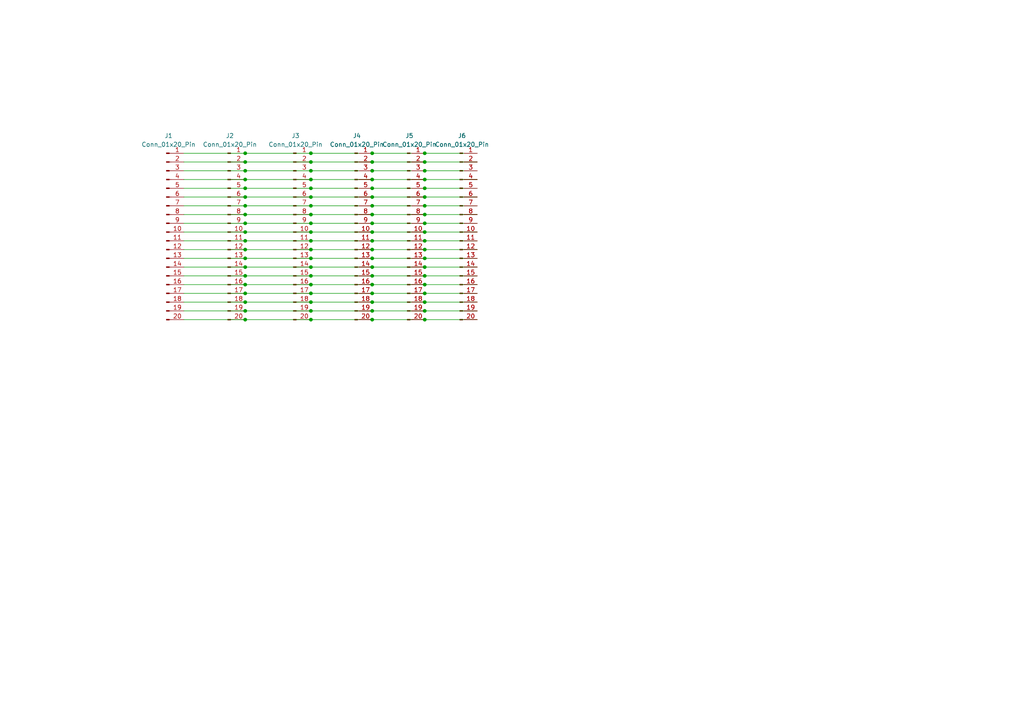
<source format=kicad_sch>
(kicad_sch
	(version 20231120)
	(generator "eeschema")
	(generator_version "8.0")
	(uuid "4670797d-8e66-48bc-948f-addcfd9573d7")
	(paper "A4")
	(lib_symbols
		(symbol "Connector:Conn_01x20_Pin"
			(pin_names
				(offset 1.016) hide)
			(exclude_from_sim no)
			(in_bom yes)
			(on_board yes)
			(property "Reference" "J"
				(at 0 25.4 0)
				(effects
					(font
						(size 1.27 1.27)
					)
				)
			)
			(property "Value" "Conn_01x20_Pin"
				(at 0 -27.94 0)
				(effects
					(font
						(size 1.27 1.27)
					)
				)
			)
			(property "Footprint" ""
				(at 0 0 0)
				(effects
					(font
						(size 1.27 1.27)
					)
					(hide yes)
				)
			)
			(property "Datasheet" "~"
				(at 0 0 0)
				(effects
					(font
						(size 1.27 1.27)
					)
					(hide yes)
				)
			)
			(property "Description" "Generic connector, single row, 01x20, script generated"
				(at 0 0 0)
				(effects
					(font
						(size 1.27 1.27)
					)
					(hide yes)
				)
			)
			(property "ki_locked" ""
				(at 0 0 0)
				(effects
					(font
						(size 1.27 1.27)
					)
				)
			)
			(property "ki_keywords" "connector"
				(at 0 0 0)
				(effects
					(font
						(size 1.27 1.27)
					)
					(hide yes)
				)
			)
			(property "ki_fp_filters" "Connector*:*_1x??_*"
				(at 0 0 0)
				(effects
					(font
						(size 1.27 1.27)
					)
					(hide yes)
				)
			)
			(symbol "Conn_01x20_Pin_1_1"
				(polyline
					(pts
						(xy 1.27 -25.4) (xy 0.8636 -25.4)
					)
					(stroke
						(width 0.1524)
						(type default)
					)
					(fill
						(type none)
					)
				)
				(polyline
					(pts
						(xy 1.27 -22.86) (xy 0.8636 -22.86)
					)
					(stroke
						(width 0.1524)
						(type default)
					)
					(fill
						(type none)
					)
				)
				(polyline
					(pts
						(xy 1.27 -20.32) (xy 0.8636 -20.32)
					)
					(stroke
						(width 0.1524)
						(type default)
					)
					(fill
						(type none)
					)
				)
				(polyline
					(pts
						(xy 1.27 -17.78) (xy 0.8636 -17.78)
					)
					(stroke
						(width 0.1524)
						(type default)
					)
					(fill
						(type none)
					)
				)
				(polyline
					(pts
						(xy 1.27 -15.24) (xy 0.8636 -15.24)
					)
					(stroke
						(width 0.1524)
						(type default)
					)
					(fill
						(type none)
					)
				)
				(polyline
					(pts
						(xy 1.27 -12.7) (xy 0.8636 -12.7)
					)
					(stroke
						(width 0.1524)
						(type default)
					)
					(fill
						(type none)
					)
				)
				(polyline
					(pts
						(xy 1.27 -10.16) (xy 0.8636 -10.16)
					)
					(stroke
						(width 0.1524)
						(type default)
					)
					(fill
						(type none)
					)
				)
				(polyline
					(pts
						(xy 1.27 -7.62) (xy 0.8636 -7.62)
					)
					(stroke
						(width 0.1524)
						(type default)
					)
					(fill
						(type none)
					)
				)
				(polyline
					(pts
						(xy 1.27 -5.08) (xy 0.8636 -5.08)
					)
					(stroke
						(width 0.1524)
						(type default)
					)
					(fill
						(type none)
					)
				)
				(polyline
					(pts
						(xy 1.27 -2.54) (xy 0.8636 -2.54)
					)
					(stroke
						(width 0.1524)
						(type default)
					)
					(fill
						(type none)
					)
				)
				(polyline
					(pts
						(xy 1.27 0) (xy 0.8636 0)
					)
					(stroke
						(width 0.1524)
						(type default)
					)
					(fill
						(type none)
					)
				)
				(polyline
					(pts
						(xy 1.27 2.54) (xy 0.8636 2.54)
					)
					(stroke
						(width 0.1524)
						(type default)
					)
					(fill
						(type none)
					)
				)
				(polyline
					(pts
						(xy 1.27 5.08) (xy 0.8636 5.08)
					)
					(stroke
						(width 0.1524)
						(type default)
					)
					(fill
						(type none)
					)
				)
				(polyline
					(pts
						(xy 1.27 7.62) (xy 0.8636 7.62)
					)
					(stroke
						(width 0.1524)
						(type default)
					)
					(fill
						(type none)
					)
				)
				(polyline
					(pts
						(xy 1.27 10.16) (xy 0.8636 10.16)
					)
					(stroke
						(width 0.1524)
						(type default)
					)
					(fill
						(type none)
					)
				)
				(polyline
					(pts
						(xy 1.27 12.7) (xy 0.8636 12.7)
					)
					(stroke
						(width 0.1524)
						(type default)
					)
					(fill
						(type none)
					)
				)
				(polyline
					(pts
						(xy 1.27 15.24) (xy 0.8636 15.24)
					)
					(stroke
						(width 0.1524)
						(type default)
					)
					(fill
						(type none)
					)
				)
				(polyline
					(pts
						(xy 1.27 17.78) (xy 0.8636 17.78)
					)
					(stroke
						(width 0.1524)
						(type default)
					)
					(fill
						(type none)
					)
				)
				(polyline
					(pts
						(xy 1.27 20.32) (xy 0.8636 20.32)
					)
					(stroke
						(width 0.1524)
						(type default)
					)
					(fill
						(type none)
					)
				)
				(polyline
					(pts
						(xy 1.27 22.86) (xy 0.8636 22.86)
					)
					(stroke
						(width 0.1524)
						(type default)
					)
					(fill
						(type none)
					)
				)
				(rectangle
					(start 0.8636 -25.273)
					(end 0 -25.527)
					(stroke
						(width 0.1524)
						(type default)
					)
					(fill
						(type outline)
					)
				)
				(rectangle
					(start 0.8636 -22.733)
					(end 0 -22.987)
					(stroke
						(width 0.1524)
						(type default)
					)
					(fill
						(type outline)
					)
				)
				(rectangle
					(start 0.8636 -20.193)
					(end 0 -20.447)
					(stroke
						(width 0.1524)
						(type default)
					)
					(fill
						(type outline)
					)
				)
				(rectangle
					(start 0.8636 -17.653)
					(end 0 -17.907)
					(stroke
						(width 0.1524)
						(type default)
					)
					(fill
						(type outline)
					)
				)
				(rectangle
					(start 0.8636 -15.113)
					(end 0 -15.367)
					(stroke
						(width 0.1524)
						(type default)
					)
					(fill
						(type outline)
					)
				)
				(rectangle
					(start 0.8636 -12.573)
					(end 0 -12.827)
					(stroke
						(width 0.1524)
						(type default)
					)
					(fill
						(type outline)
					)
				)
				(rectangle
					(start 0.8636 -10.033)
					(end 0 -10.287)
					(stroke
						(width 0.1524)
						(type default)
					)
					(fill
						(type outline)
					)
				)
				(rectangle
					(start 0.8636 -7.493)
					(end 0 -7.747)
					(stroke
						(width 0.1524)
						(type default)
					)
					(fill
						(type outline)
					)
				)
				(rectangle
					(start 0.8636 -4.953)
					(end 0 -5.207)
					(stroke
						(width 0.1524)
						(type default)
					)
					(fill
						(type outline)
					)
				)
				(rectangle
					(start 0.8636 -2.413)
					(end 0 -2.667)
					(stroke
						(width 0.1524)
						(type default)
					)
					(fill
						(type outline)
					)
				)
				(rectangle
					(start 0.8636 0.127)
					(end 0 -0.127)
					(stroke
						(width 0.1524)
						(type default)
					)
					(fill
						(type outline)
					)
				)
				(rectangle
					(start 0.8636 2.667)
					(end 0 2.413)
					(stroke
						(width 0.1524)
						(type default)
					)
					(fill
						(type outline)
					)
				)
				(rectangle
					(start 0.8636 5.207)
					(end 0 4.953)
					(stroke
						(width 0.1524)
						(type default)
					)
					(fill
						(type outline)
					)
				)
				(rectangle
					(start 0.8636 7.747)
					(end 0 7.493)
					(stroke
						(width 0.1524)
						(type default)
					)
					(fill
						(type outline)
					)
				)
				(rectangle
					(start 0.8636 10.287)
					(end 0 10.033)
					(stroke
						(width 0.1524)
						(type default)
					)
					(fill
						(type outline)
					)
				)
				(rectangle
					(start 0.8636 12.827)
					(end 0 12.573)
					(stroke
						(width 0.1524)
						(type default)
					)
					(fill
						(type outline)
					)
				)
				(rectangle
					(start 0.8636 15.367)
					(end 0 15.113)
					(stroke
						(width 0.1524)
						(type default)
					)
					(fill
						(type outline)
					)
				)
				(rectangle
					(start 0.8636 17.907)
					(end 0 17.653)
					(stroke
						(width 0.1524)
						(type default)
					)
					(fill
						(type outline)
					)
				)
				(rectangle
					(start 0.8636 20.447)
					(end 0 20.193)
					(stroke
						(width 0.1524)
						(type default)
					)
					(fill
						(type outline)
					)
				)
				(rectangle
					(start 0.8636 22.987)
					(end 0 22.733)
					(stroke
						(width 0.1524)
						(type default)
					)
					(fill
						(type outline)
					)
				)
				(pin passive line
					(at 5.08 22.86 180)
					(length 3.81)
					(name "Pin_1"
						(effects
							(font
								(size 1.27 1.27)
							)
						)
					)
					(number "1"
						(effects
							(font
								(size 1.27 1.27)
							)
						)
					)
				)
				(pin passive line
					(at 5.08 0 180)
					(length 3.81)
					(name "Pin_10"
						(effects
							(font
								(size 1.27 1.27)
							)
						)
					)
					(number "10"
						(effects
							(font
								(size 1.27 1.27)
							)
						)
					)
				)
				(pin passive line
					(at 5.08 -2.54 180)
					(length 3.81)
					(name "Pin_11"
						(effects
							(font
								(size 1.27 1.27)
							)
						)
					)
					(number "11"
						(effects
							(font
								(size 1.27 1.27)
							)
						)
					)
				)
				(pin passive line
					(at 5.08 -5.08 180)
					(length 3.81)
					(name "Pin_12"
						(effects
							(font
								(size 1.27 1.27)
							)
						)
					)
					(number "12"
						(effects
							(font
								(size 1.27 1.27)
							)
						)
					)
				)
				(pin passive line
					(at 5.08 -7.62 180)
					(length 3.81)
					(name "Pin_13"
						(effects
							(font
								(size 1.27 1.27)
							)
						)
					)
					(number "13"
						(effects
							(font
								(size 1.27 1.27)
							)
						)
					)
				)
				(pin passive line
					(at 5.08 -10.16 180)
					(length 3.81)
					(name "Pin_14"
						(effects
							(font
								(size 1.27 1.27)
							)
						)
					)
					(number "14"
						(effects
							(font
								(size 1.27 1.27)
							)
						)
					)
				)
				(pin passive line
					(at 5.08 -12.7 180)
					(length 3.81)
					(name "Pin_15"
						(effects
							(font
								(size 1.27 1.27)
							)
						)
					)
					(number "15"
						(effects
							(font
								(size 1.27 1.27)
							)
						)
					)
				)
				(pin passive line
					(at 5.08 -15.24 180)
					(length 3.81)
					(name "Pin_16"
						(effects
							(font
								(size 1.27 1.27)
							)
						)
					)
					(number "16"
						(effects
							(font
								(size 1.27 1.27)
							)
						)
					)
				)
				(pin passive line
					(at 5.08 -17.78 180)
					(length 3.81)
					(name "Pin_17"
						(effects
							(font
								(size 1.27 1.27)
							)
						)
					)
					(number "17"
						(effects
							(font
								(size 1.27 1.27)
							)
						)
					)
				)
				(pin passive line
					(at 5.08 -20.32 180)
					(length 3.81)
					(name "Pin_18"
						(effects
							(font
								(size 1.27 1.27)
							)
						)
					)
					(number "18"
						(effects
							(font
								(size 1.27 1.27)
							)
						)
					)
				)
				(pin passive line
					(at 5.08 -22.86 180)
					(length 3.81)
					(name "Pin_19"
						(effects
							(font
								(size 1.27 1.27)
							)
						)
					)
					(number "19"
						(effects
							(font
								(size 1.27 1.27)
							)
						)
					)
				)
				(pin passive line
					(at 5.08 20.32 180)
					(length 3.81)
					(name "Pin_2"
						(effects
							(font
								(size 1.27 1.27)
							)
						)
					)
					(number "2"
						(effects
							(font
								(size 1.27 1.27)
							)
						)
					)
				)
				(pin passive line
					(at 5.08 -25.4 180)
					(length 3.81)
					(name "Pin_20"
						(effects
							(font
								(size 1.27 1.27)
							)
						)
					)
					(number "20"
						(effects
							(font
								(size 1.27 1.27)
							)
						)
					)
				)
				(pin passive line
					(at 5.08 17.78 180)
					(length 3.81)
					(name "Pin_3"
						(effects
							(font
								(size 1.27 1.27)
							)
						)
					)
					(number "3"
						(effects
							(font
								(size 1.27 1.27)
							)
						)
					)
				)
				(pin passive line
					(at 5.08 15.24 180)
					(length 3.81)
					(name "Pin_4"
						(effects
							(font
								(size 1.27 1.27)
							)
						)
					)
					(number "4"
						(effects
							(font
								(size 1.27 1.27)
							)
						)
					)
				)
				(pin passive line
					(at 5.08 12.7 180)
					(length 3.81)
					(name "Pin_5"
						(effects
							(font
								(size 1.27 1.27)
							)
						)
					)
					(number "5"
						(effects
							(font
								(size 1.27 1.27)
							)
						)
					)
				)
				(pin passive line
					(at 5.08 10.16 180)
					(length 3.81)
					(name "Pin_6"
						(effects
							(font
								(size 1.27 1.27)
							)
						)
					)
					(number "6"
						(effects
							(font
								(size 1.27 1.27)
							)
						)
					)
				)
				(pin passive line
					(at 5.08 7.62 180)
					(length 3.81)
					(name "Pin_7"
						(effects
							(font
								(size 1.27 1.27)
							)
						)
					)
					(number "7"
						(effects
							(font
								(size 1.27 1.27)
							)
						)
					)
				)
				(pin passive line
					(at 5.08 5.08 180)
					(length 3.81)
					(name "Pin_8"
						(effects
							(font
								(size 1.27 1.27)
							)
						)
					)
					(number "8"
						(effects
							(font
								(size 1.27 1.27)
							)
						)
					)
				)
				(pin passive line
					(at 5.08 2.54 180)
					(length 3.81)
					(name "Pin_9"
						(effects
							(font
								(size 1.27 1.27)
							)
						)
					)
					(number "9"
						(effects
							(font
								(size 1.27 1.27)
							)
						)
					)
				)
			)
		)
	)
	(junction
		(at 90.17 52.07)
		(diameter 0)
		(color 0 0 0 0)
		(uuid "0060f6f9-97dd-4832-a680-6374ecfefabc")
	)
	(junction
		(at 107.95 87.63)
		(diameter 0)
		(color 0 0 0 0)
		(uuid "08a1049e-22ee-4838-839e-0a7a05a86074")
	)
	(junction
		(at 71.12 64.77)
		(diameter 0)
		(color 0 0 0 0)
		(uuid "0c8c46b0-da69-48ba-a177-65122a67ce46")
	)
	(junction
		(at 90.17 82.55)
		(diameter 0)
		(color 0 0 0 0)
		(uuid "0cc967e7-fd5f-4e7f-b090-81291234252e")
	)
	(junction
		(at 107.95 44.45)
		(diameter 0)
		(color 0 0 0 0)
		(uuid "0d646d3d-c346-430d-b55b-f0f2a30ca955")
	)
	(junction
		(at 123.19 74.93)
		(diameter 0)
		(color 0 0 0 0)
		(uuid "10097771-5437-4184-a0fb-02969b6c0ea5")
	)
	(junction
		(at 71.12 59.69)
		(diameter 0)
		(color 0 0 0 0)
		(uuid "10ada5da-682c-49fb-a8cd-500f200018c2")
	)
	(junction
		(at 90.17 49.53)
		(diameter 0)
		(color 0 0 0 0)
		(uuid "11755f1e-0a2b-4e49-9b39-ccb44c765d6d")
	)
	(junction
		(at 71.12 87.63)
		(diameter 0)
		(color 0 0 0 0)
		(uuid "121d8c34-f45b-46b6-ad80-4f7f9f49de01")
	)
	(junction
		(at 107.95 69.85)
		(diameter 0)
		(color 0 0 0 0)
		(uuid "14088800-442b-456a-93c9-32eaa47fe9e5")
	)
	(junction
		(at 90.17 92.71)
		(diameter 0)
		(color 0 0 0 0)
		(uuid "147b981e-5cb9-4c8b-b84c-1716ee7c7b83")
	)
	(junction
		(at 90.17 72.39)
		(diameter 0)
		(color 0 0 0 0)
		(uuid "179bc6aa-5b49-470b-9429-10cf72a35456")
	)
	(junction
		(at 123.19 85.09)
		(diameter 0)
		(color 0 0 0 0)
		(uuid "1a1a99d3-45e7-4dd9-8d4d-ec19ae83eecc")
	)
	(junction
		(at 107.95 74.93)
		(diameter 0)
		(color 0 0 0 0)
		(uuid "1a971aa9-dc7a-47df-bfbf-850f21efe4ca")
	)
	(junction
		(at 71.12 57.15)
		(diameter 0)
		(color 0 0 0 0)
		(uuid "1c5b84b4-4f3f-497d-9656-8404f6008e77")
	)
	(junction
		(at 107.95 46.99)
		(diameter 0)
		(color 0 0 0 0)
		(uuid "1c7b41ce-962b-439e-98a7-2dd6d38101b6")
	)
	(junction
		(at 90.17 64.77)
		(diameter 0)
		(color 0 0 0 0)
		(uuid "1d1aa963-3ee1-464d-84db-75aae7bc5484")
	)
	(junction
		(at 107.95 90.17)
		(diameter 0)
		(color 0 0 0 0)
		(uuid "213db6a0-275c-4d9d-9c8b-622ef98118f2")
	)
	(junction
		(at 107.95 80.01)
		(diameter 0)
		(color 0 0 0 0)
		(uuid "281a1865-639c-4b40-8c0f-fd5ecaefe282")
	)
	(junction
		(at 90.17 90.17)
		(diameter 0)
		(color 0 0 0 0)
		(uuid "3397f63c-d83b-4801-bce8-74f712d3025c")
	)
	(junction
		(at 71.12 74.93)
		(diameter 0)
		(color 0 0 0 0)
		(uuid "3536c04c-3e64-444a-a0cc-89ebc6c38eb1")
	)
	(junction
		(at 90.17 87.63)
		(diameter 0)
		(color 0 0 0 0)
		(uuid "37743fb8-2acc-40c6-903d-d7384047d689")
	)
	(junction
		(at 71.12 54.61)
		(diameter 0)
		(color 0 0 0 0)
		(uuid "37e88d06-883d-462b-bbbf-8e631696f924")
	)
	(junction
		(at 90.17 59.69)
		(diameter 0)
		(color 0 0 0 0)
		(uuid "37fecb78-d1b4-4d08-b0ff-23cce0c46eb3")
	)
	(junction
		(at 71.12 52.07)
		(diameter 0)
		(color 0 0 0 0)
		(uuid "3a0f3815-cab2-46f5-ad2c-fc3069defb83")
	)
	(junction
		(at 90.17 57.15)
		(diameter 0)
		(color 0 0 0 0)
		(uuid "3d0800c5-e080-4bd5-9695-3ae14879de14")
	)
	(junction
		(at 71.12 72.39)
		(diameter 0)
		(color 0 0 0 0)
		(uuid "42fc3fc7-70de-404b-aa01-b724826fcd34")
	)
	(junction
		(at 123.19 90.17)
		(diameter 0)
		(color 0 0 0 0)
		(uuid "45a4d4c0-56eb-4de6-9015-cd7d11c98a5b")
	)
	(junction
		(at 90.17 62.23)
		(diameter 0)
		(color 0 0 0 0)
		(uuid "48e59ddc-86f3-4593-8b0b-7db11a4d96be")
	)
	(junction
		(at 123.19 80.01)
		(diameter 0)
		(color 0 0 0 0)
		(uuid "4da0bfeb-5489-4aec-bedc-0bd1bcde3ab5")
	)
	(junction
		(at 90.17 44.45)
		(diameter 0)
		(color 0 0 0 0)
		(uuid "52c772d0-321b-4b44-ad1e-07e5eb66e836")
	)
	(junction
		(at 107.95 77.47)
		(diameter 0)
		(color 0 0 0 0)
		(uuid "5530edba-8564-49fd-8eeb-dadc131e0bce")
	)
	(junction
		(at 123.19 62.23)
		(diameter 0)
		(color 0 0 0 0)
		(uuid "5a5a6cb0-378f-4efa-b95c-485d5fef0819")
	)
	(junction
		(at 123.19 46.99)
		(diameter 0)
		(color 0 0 0 0)
		(uuid "5b195753-08c1-4fed-8aaa-bcf5db0dabdb")
	)
	(junction
		(at 90.17 67.31)
		(diameter 0)
		(color 0 0 0 0)
		(uuid "5e390b8b-0d5b-4191-8a27-0b10d59800c7")
	)
	(junction
		(at 123.19 77.47)
		(diameter 0)
		(color 0 0 0 0)
		(uuid "5fbfc5b0-9c29-449c-bcb6-9bd3774d36c9")
	)
	(junction
		(at 123.19 92.71)
		(diameter 0)
		(color 0 0 0 0)
		(uuid "63c76f2c-a8ef-42d2-b42f-499c034e8ff9")
	)
	(junction
		(at 71.12 69.85)
		(diameter 0)
		(color 0 0 0 0)
		(uuid "64a43fc7-1621-4448-819e-3ef7d1ff4ec8")
	)
	(junction
		(at 123.19 87.63)
		(diameter 0)
		(color 0 0 0 0)
		(uuid "6d3fd187-c693-40b7-aed9-2948abc1b4e3")
	)
	(junction
		(at 71.12 85.09)
		(diameter 0)
		(color 0 0 0 0)
		(uuid "71f5712d-f8da-471a-9c03-70b64fe213b4")
	)
	(junction
		(at 123.19 72.39)
		(diameter 0)
		(color 0 0 0 0)
		(uuid "7502bbdd-fcd4-42ef-b7db-e380ac2b6051")
	)
	(junction
		(at 107.95 54.61)
		(diameter 0)
		(color 0 0 0 0)
		(uuid "7521ba02-999c-4c76-a2de-17cb9f774354")
	)
	(junction
		(at 71.12 92.71)
		(diameter 0)
		(color 0 0 0 0)
		(uuid "797d5d89-3900-4581-aaf0-0b1f58cd4064")
	)
	(junction
		(at 123.19 52.07)
		(diameter 0)
		(color 0 0 0 0)
		(uuid "831d26b9-3f38-4001-8907-f8017b389244")
	)
	(junction
		(at 123.19 64.77)
		(diameter 0)
		(color 0 0 0 0)
		(uuid "8717cd4e-cdde-4f84-b282-e2dd9ed2b707")
	)
	(junction
		(at 90.17 77.47)
		(diameter 0)
		(color 0 0 0 0)
		(uuid "8c22fc0a-0396-4025-895d-f306d4fef1c0")
	)
	(junction
		(at 71.12 49.53)
		(diameter 0)
		(color 0 0 0 0)
		(uuid "912eff97-f3c4-40d0-a470-945e426846a8")
	)
	(junction
		(at 90.17 54.61)
		(diameter 0)
		(color 0 0 0 0)
		(uuid "9392fce1-e54a-480b-9ba7-1fac72bab049")
	)
	(junction
		(at 123.19 67.31)
		(diameter 0)
		(color 0 0 0 0)
		(uuid "96b2d6db-1d09-46b5-82b6-b7f29bba2938")
	)
	(junction
		(at 107.95 72.39)
		(diameter 0)
		(color 0 0 0 0)
		(uuid "9c65720e-0e28-4b1c-8c6b-3d2b59437d06")
	)
	(junction
		(at 123.19 59.69)
		(diameter 0)
		(color 0 0 0 0)
		(uuid "9d361ae3-c919-4e80-9753-745bbfdcee0f")
	)
	(junction
		(at 107.95 57.15)
		(diameter 0)
		(color 0 0 0 0)
		(uuid "a5f7f4e9-e70b-4b22-a0d6-5202d6d64f87")
	)
	(junction
		(at 71.12 67.31)
		(diameter 0)
		(color 0 0 0 0)
		(uuid "aa204063-ff96-42cd-8481-a569ea63ebcb")
	)
	(junction
		(at 123.19 49.53)
		(diameter 0)
		(color 0 0 0 0)
		(uuid "aba30b58-4cbe-4a89-8ed5-005be93aa118")
	)
	(junction
		(at 71.12 90.17)
		(diameter 0)
		(color 0 0 0 0)
		(uuid "b0a004f9-d74a-40ba-9b9e-110774d6defe")
	)
	(junction
		(at 71.12 46.99)
		(diameter 0)
		(color 0 0 0 0)
		(uuid "b4c49127-a782-48af-aea8-a95adf998b34")
	)
	(junction
		(at 107.95 62.23)
		(diameter 0)
		(color 0 0 0 0)
		(uuid "b7d6f5d0-a30c-41af-9169-564a4929d407")
	)
	(junction
		(at 90.17 46.99)
		(diameter 0)
		(color 0 0 0 0)
		(uuid "ba38ade8-09b5-49a8-9e0f-c62894625b14")
	)
	(junction
		(at 107.95 52.07)
		(diameter 0)
		(color 0 0 0 0)
		(uuid "c7954ba6-b433-4592-bc4c-b67ed1b81489")
	)
	(junction
		(at 123.19 57.15)
		(diameter 0)
		(color 0 0 0 0)
		(uuid "cc2d3f47-532d-450e-9dcc-b34bd3e8c69c")
	)
	(junction
		(at 90.17 74.93)
		(diameter 0)
		(color 0 0 0 0)
		(uuid "cc4d37fd-0152-4a72-b1e5-5407b7bdf082")
	)
	(junction
		(at 107.95 67.31)
		(diameter 0)
		(color 0 0 0 0)
		(uuid "d1c5eb3a-bd41-4800-b057-a954f5f145a4")
	)
	(junction
		(at 71.12 62.23)
		(diameter 0)
		(color 0 0 0 0)
		(uuid "d36f7a87-f8e9-474c-8158-6b58e3b4523c")
	)
	(junction
		(at 107.95 59.69)
		(diameter 0)
		(color 0 0 0 0)
		(uuid "d7022b32-1f47-4e90-a161-30ad4ec61726")
	)
	(junction
		(at 107.95 49.53)
		(diameter 0)
		(color 0 0 0 0)
		(uuid "dc2a736a-c5d1-4810-8d62-a98ded85513d")
	)
	(junction
		(at 123.19 44.45)
		(diameter 0)
		(color 0 0 0 0)
		(uuid "de215df4-a0a4-4d85-95c3-7812a4738356")
	)
	(junction
		(at 71.12 82.55)
		(diameter 0)
		(color 0 0 0 0)
		(uuid "e39be89b-aee0-4a09-99cf-ab3cc8da53a9")
	)
	(junction
		(at 71.12 44.45)
		(diameter 0)
		(color 0 0 0 0)
		(uuid "e8bb7d0b-7a87-4cb8-9e73-cd9eaf032a1d")
	)
	(junction
		(at 90.17 69.85)
		(diameter 0)
		(color 0 0 0 0)
		(uuid "eb77490b-ae01-4041-b681-97793bd9061d")
	)
	(junction
		(at 107.95 85.09)
		(diameter 0)
		(color 0 0 0 0)
		(uuid "ec4bb2c5-211e-4405-b778-e4dc1e1b5342")
	)
	(junction
		(at 123.19 82.55)
		(diameter 0)
		(color 0 0 0 0)
		(uuid "eec31c3d-bb3c-4999-81a1-f68e7277dfad")
	)
	(junction
		(at 90.17 85.09)
		(diameter 0)
		(color 0 0 0 0)
		(uuid "f12b2c17-0c11-40c9-be3e-d4b8724d3f1e")
	)
	(junction
		(at 123.19 69.85)
		(diameter 0)
		(color 0 0 0 0)
		(uuid "f5cc674a-6d09-49e8-b056-4cb766632413")
	)
	(junction
		(at 71.12 80.01)
		(diameter 0)
		(color 0 0 0 0)
		(uuid "f670b2b0-79aa-43fe-be98-8ac7a7953350")
	)
	(junction
		(at 71.12 77.47)
		(diameter 0)
		(color 0 0 0 0)
		(uuid "f87598db-3fc7-40f8-8728-eb542ee6fc1b")
	)
	(junction
		(at 107.95 64.77)
		(diameter 0)
		(color 0 0 0 0)
		(uuid "f969e52e-dc47-4260-9cbd-70a4f7367145")
	)
	(junction
		(at 107.95 92.71)
		(diameter 0)
		(color 0 0 0 0)
		(uuid "fce42910-532f-4312-a8ca-89e4251cb9f9")
	)
	(junction
		(at 90.17 80.01)
		(diameter 0)
		(color 0 0 0 0)
		(uuid "fdc489a4-5219-49ec-9f3a-9b6935983c5b")
	)
	(junction
		(at 107.95 82.55)
		(diameter 0)
		(color 0 0 0 0)
		(uuid "fe6e2450-8d7d-4445-aa46-3e5fe7a57059")
	)
	(junction
		(at 123.19 54.61)
		(diameter 0)
		(color 0 0 0 0)
		(uuid "ffc5e113-a343-4c91-9c6c-90762aa64bfc")
	)
	(wire
		(pts
			(xy 123.19 74.93) (xy 138.43 74.93)
		)
		(stroke
			(width 0)
			(type default)
		)
		(uuid "0051c705-882e-419e-a744-7f75a9340c3a")
	)
	(wire
		(pts
			(xy 123.19 49.53) (xy 138.43 49.53)
		)
		(stroke
			(width 0)
			(type default)
		)
		(uuid "00cfce08-29fe-4009-926f-b48debc4d0d6")
	)
	(wire
		(pts
			(xy 53.34 62.23) (xy 71.12 62.23)
		)
		(stroke
			(width 0)
			(type default)
		)
		(uuid "024c9060-9e58-4280-b291-725024f50ca5")
	)
	(wire
		(pts
			(xy 71.12 49.53) (xy 90.17 49.53)
		)
		(stroke
			(width 0)
			(type default)
		)
		(uuid "051d19d4-d558-4360-bd5f-236b7560da91")
	)
	(wire
		(pts
			(xy 107.95 74.93) (xy 123.19 74.93)
		)
		(stroke
			(width 0)
			(type default)
		)
		(uuid "05abd00a-f69e-4055-9d8e-ebb1965bd044")
	)
	(wire
		(pts
			(xy 123.19 82.55) (xy 138.43 82.55)
		)
		(stroke
			(width 0)
			(type default)
		)
		(uuid "08d9a089-d15b-4512-a8b0-731debdceaf4")
	)
	(wire
		(pts
			(xy 90.17 82.55) (xy 107.95 82.55)
		)
		(stroke
			(width 0)
			(type default)
		)
		(uuid "0a99cb86-ba86-4721-bb55-49f1141a6e10")
	)
	(wire
		(pts
			(xy 90.17 49.53) (xy 107.95 49.53)
		)
		(stroke
			(width 0)
			(type default)
		)
		(uuid "0df7f9e4-309f-4a70-b844-eb07079f0496")
	)
	(wire
		(pts
			(xy 90.17 57.15) (xy 107.95 57.15)
		)
		(stroke
			(width 0)
			(type default)
		)
		(uuid "0e4401ad-7b67-42d8-87e5-764dda079b53")
	)
	(wire
		(pts
			(xy 90.17 67.31) (xy 107.95 67.31)
		)
		(stroke
			(width 0)
			(type default)
		)
		(uuid "13077b15-2ce0-4329-9a13-b68785155771")
	)
	(wire
		(pts
			(xy 90.17 69.85) (xy 107.95 69.85)
		)
		(stroke
			(width 0)
			(type default)
		)
		(uuid "1400c23c-3060-4721-ad66-ba687e6cf1ca")
	)
	(wire
		(pts
			(xy 71.12 44.45) (xy 90.17 44.45)
		)
		(stroke
			(width 0)
			(type default)
		)
		(uuid "1422b6d4-03fb-4bdf-8af8-a89975714465")
	)
	(wire
		(pts
			(xy 123.19 90.17) (xy 138.43 90.17)
		)
		(stroke
			(width 0)
			(type default)
		)
		(uuid "1473e1d6-4096-4bf5-9072-e33f90be0dc3")
	)
	(wire
		(pts
			(xy 53.34 80.01) (xy 71.12 80.01)
		)
		(stroke
			(width 0)
			(type default)
		)
		(uuid "1c934190-019c-4513-ad04-412453cbc8ea")
	)
	(wire
		(pts
			(xy 53.34 64.77) (xy 71.12 64.77)
		)
		(stroke
			(width 0)
			(type default)
		)
		(uuid "1e7f82aa-439c-4ab8-85c7-11b221a4020f")
	)
	(wire
		(pts
			(xy 107.95 44.45) (xy 123.19 44.45)
		)
		(stroke
			(width 0)
			(type default)
		)
		(uuid "2552d0e4-56ef-44fd-ae0f-f4fb7bb95305")
	)
	(wire
		(pts
			(xy 90.17 52.07) (xy 107.95 52.07)
		)
		(stroke
			(width 0)
			(type default)
		)
		(uuid "27df2fe8-b32b-4ff1-82cd-5e73e6edcc05")
	)
	(wire
		(pts
			(xy 90.17 87.63) (xy 107.95 87.63)
		)
		(stroke
			(width 0)
			(type default)
		)
		(uuid "29142995-188f-4cf3-9237-77dcb43d26ae")
	)
	(wire
		(pts
			(xy 71.12 54.61) (xy 90.17 54.61)
		)
		(stroke
			(width 0)
			(type default)
		)
		(uuid "299c8194-a702-4586-b545-0acfa8835af2")
	)
	(wire
		(pts
			(xy 123.19 92.71) (xy 138.43 92.71)
		)
		(stroke
			(width 0)
			(type default)
		)
		(uuid "2e727241-1e13-4c58-9b3f-51cba7195051")
	)
	(wire
		(pts
			(xy 107.95 49.53) (xy 123.19 49.53)
		)
		(stroke
			(width 0)
			(type default)
		)
		(uuid "2ffffd79-98c7-40c7-a556-d75fa918ea42")
	)
	(wire
		(pts
			(xy 53.34 72.39) (xy 71.12 72.39)
		)
		(stroke
			(width 0)
			(type default)
		)
		(uuid "353eef12-483e-4578-86b9-102e8b930500")
	)
	(wire
		(pts
			(xy 107.95 54.61) (xy 123.19 54.61)
		)
		(stroke
			(width 0)
			(type default)
		)
		(uuid "3937a489-2f4b-445b-9af2-f78bdbe1da31")
	)
	(wire
		(pts
			(xy 71.12 87.63) (xy 90.17 87.63)
		)
		(stroke
			(width 0)
			(type default)
		)
		(uuid "39fae64b-46ec-4bea-b3d9-0336b2aca64c")
	)
	(wire
		(pts
			(xy 90.17 77.47) (xy 107.95 77.47)
		)
		(stroke
			(width 0)
			(type default)
		)
		(uuid "3c48dda9-c606-433c-a24c-dfc9be26321b")
	)
	(wire
		(pts
			(xy 90.17 46.99) (xy 107.95 46.99)
		)
		(stroke
			(width 0)
			(type default)
		)
		(uuid "3c7ef9ec-4d1f-4a3e-a30d-31303906d37c")
	)
	(wire
		(pts
			(xy 53.34 46.99) (xy 71.12 46.99)
		)
		(stroke
			(width 0)
			(type default)
		)
		(uuid "3f499e8c-5f81-471c-b4e7-17f11dac7338")
	)
	(wire
		(pts
			(xy 123.19 80.01) (xy 138.43 80.01)
		)
		(stroke
			(width 0)
			(type default)
		)
		(uuid "406be708-d6ff-4f08-bc05-fe4ef8649e66")
	)
	(wire
		(pts
			(xy 71.12 69.85) (xy 90.17 69.85)
		)
		(stroke
			(width 0)
			(type default)
		)
		(uuid "41638945-b485-4afc-bc06-ca20d94e32e4")
	)
	(wire
		(pts
			(xy 107.95 52.07) (xy 123.19 52.07)
		)
		(stroke
			(width 0)
			(type default)
		)
		(uuid "41b7b5ba-c950-45ef-b78e-20cb503fa24d")
	)
	(wire
		(pts
			(xy 107.95 46.99) (xy 123.19 46.99)
		)
		(stroke
			(width 0)
			(type default)
		)
		(uuid "42ae5a0e-120e-4b05-a97f-cfc7614349f5")
	)
	(wire
		(pts
			(xy 71.12 80.01) (xy 90.17 80.01)
		)
		(stroke
			(width 0)
			(type default)
		)
		(uuid "48cafe5e-5872-49d0-be5d-6452b351c6ae")
	)
	(wire
		(pts
			(xy 90.17 92.71) (xy 107.95 92.71)
		)
		(stroke
			(width 0)
			(type default)
		)
		(uuid "49e140c7-c718-4117-9a6d-0b2e89742a21")
	)
	(wire
		(pts
			(xy 123.19 59.69) (xy 138.43 59.69)
		)
		(stroke
			(width 0)
			(type default)
		)
		(uuid "4b2ac000-1e57-4f28-9ca2-5e2f41857c6a")
	)
	(wire
		(pts
			(xy 53.34 54.61) (xy 71.12 54.61)
		)
		(stroke
			(width 0)
			(type default)
		)
		(uuid "4d0e3d7e-72ae-455a-a738-b22180bca7ea")
	)
	(wire
		(pts
			(xy 123.19 52.07) (xy 138.43 52.07)
		)
		(stroke
			(width 0)
			(type default)
		)
		(uuid "4e742a6d-7126-40a9-bc3b-592a6f4928f4")
	)
	(wire
		(pts
			(xy 123.19 64.77) (xy 138.43 64.77)
		)
		(stroke
			(width 0)
			(type default)
		)
		(uuid "4eb89b76-4966-4bf6-9838-d10cd122e304")
	)
	(wire
		(pts
			(xy 53.34 77.47) (xy 71.12 77.47)
		)
		(stroke
			(width 0)
			(type default)
		)
		(uuid "509956ca-b271-4640-a9c9-aa82499fd7ee")
	)
	(wire
		(pts
			(xy 107.95 92.71) (xy 123.19 92.71)
		)
		(stroke
			(width 0)
			(type default)
		)
		(uuid "525dbb34-ac7d-48e9-9f05-0f047435d284")
	)
	(wire
		(pts
			(xy 90.17 64.77) (xy 107.95 64.77)
		)
		(stroke
			(width 0)
			(type default)
		)
		(uuid "5da27811-17f3-4dec-b885-0a24016799b5")
	)
	(wire
		(pts
			(xy 90.17 44.45) (xy 107.95 44.45)
		)
		(stroke
			(width 0)
			(type default)
		)
		(uuid "60488e0b-4c45-4585-8217-4df8f88ce812")
	)
	(wire
		(pts
			(xy 53.34 90.17) (xy 71.12 90.17)
		)
		(stroke
			(width 0)
			(type default)
		)
		(uuid "614b7a45-a020-4c85-8f4d-e5a1741476e4")
	)
	(wire
		(pts
			(xy 53.34 82.55) (xy 71.12 82.55)
		)
		(stroke
			(width 0)
			(type default)
		)
		(uuid "61c5bfbf-c362-45bc-bde5-fc8c172e4711")
	)
	(wire
		(pts
			(xy 71.12 52.07) (xy 90.17 52.07)
		)
		(stroke
			(width 0)
			(type default)
		)
		(uuid "6474ca42-d2b2-4aec-995c-f33d8fadb9a5")
	)
	(wire
		(pts
			(xy 90.17 59.69) (xy 107.95 59.69)
		)
		(stroke
			(width 0)
			(type default)
		)
		(uuid "6e38e6c9-6738-4d30-a5f0-a95a3b5e01c4")
	)
	(wire
		(pts
			(xy 123.19 54.61) (xy 138.43 54.61)
		)
		(stroke
			(width 0)
			(type default)
		)
		(uuid "71d1a80d-cf31-453c-b472-31b2d6eec7d8")
	)
	(wire
		(pts
			(xy 123.19 72.39) (xy 138.43 72.39)
		)
		(stroke
			(width 0)
			(type default)
		)
		(uuid "7257ebbc-c136-4889-976e-e1c01ec34cfa")
	)
	(wire
		(pts
			(xy 71.12 46.99) (xy 90.17 46.99)
		)
		(stroke
			(width 0)
			(type default)
		)
		(uuid "72a6ab59-8aa7-4518-8061-2a4ca5293b41")
	)
	(wire
		(pts
			(xy 123.19 87.63) (xy 138.43 87.63)
		)
		(stroke
			(width 0)
			(type default)
		)
		(uuid "749a22fd-9538-4706-805c-05ae22c4e77f")
	)
	(wire
		(pts
			(xy 123.19 62.23) (xy 138.43 62.23)
		)
		(stroke
			(width 0)
			(type default)
		)
		(uuid "7a7b09e7-20de-4f0b-b081-c6b75af42a15")
	)
	(wire
		(pts
			(xy 71.12 85.09) (xy 90.17 85.09)
		)
		(stroke
			(width 0)
			(type default)
		)
		(uuid "7b1e2044-ddec-43eb-980b-a2215cca2484")
	)
	(wire
		(pts
			(xy 53.34 69.85) (xy 71.12 69.85)
		)
		(stroke
			(width 0)
			(type default)
		)
		(uuid "7b28281d-89d8-4def-adc1-7c4860b55f87")
	)
	(wire
		(pts
			(xy 107.95 77.47) (xy 123.19 77.47)
		)
		(stroke
			(width 0)
			(type default)
		)
		(uuid "7d318cf0-487c-4e93-b2b6-fe8f333c7644")
	)
	(wire
		(pts
			(xy 123.19 57.15) (xy 138.43 57.15)
		)
		(stroke
			(width 0)
			(type default)
		)
		(uuid "833f3f75-80e2-4cc4-91c9-ca20a707f189")
	)
	(wire
		(pts
			(xy 53.34 67.31) (xy 71.12 67.31)
		)
		(stroke
			(width 0)
			(type default)
		)
		(uuid "875b1ed3-67b7-487a-8128-1e960019e371")
	)
	(wire
		(pts
			(xy 107.95 87.63) (xy 123.19 87.63)
		)
		(stroke
			(width 0)
			(type default)
		)
		(uuid "87d276e8-d7b1-4e19-9fd4-959ba8b8af69")
	)
	(wire
		(pts
			(xy 123.19 46.99) (xy 138.43 46.99)
		)
		(stroke
			(width 0)
			(type default)
		)
		(uuid "880617c5-b742-4d1a-ac00-95139e6b11b3")
	)
	(wire
		(pts
			(xy 90.17 85.09) (xy 107.95 85.09)
		)
		(stroke
			(width 0)
			(type default)
		)
		(uuid "899b28d1-5398-4f0d-9556-16bc65725726")
	)
	(wire
		(pts
			(xy 53.34 57.15) (xy 71.12 57.15)
		)
		(stroke
			(width 0)
			(type default)
		)
		(uuid "8a05f9eb-8f8a-44a7-9dae-6c85c50522b9")
	)
	(wire
		(pts
			(xy 53.34 87.63) (xy 71.12 87.63)
		)
		(stroke
			(width 0)
			(type default)
		)
		(uuid "8da686eb-b78b-43a1-bf32-a43213464c0e")
	)
	(wire
		(pts
			(xy 71.12 67.31) (xy 90.17 67.31)
		)
		(stroke
			(width 0)
			(type default)
		)
		(uuid "8dce7a61-5f15-434b-a071-d90894b71916")
	)
	(wire
		(pts
			(xy 53.34 52.07) (xy 71.12 52.07)
		)
		(stroke
			(width 0)
			(type default)
		)
		(uuid "90d50e6e-7b3f-49f8-a07c-4762b936a065")
	)
	(wire
		(pts
			(xy 53.34 49.53) (xy 71.12 49.53)
		)
		(stroke
			(width 0)
			(type default)
		)
		(uuid "9437b50f-7053-4492-891c-4c5dcd14c481")
	)
	(wire
		(pts
			(xy 71.12 72.39) (xy 90.17 72.39)
		)
		(stroke
			(width 0)
			(type default)
		)
		(uuid "949740f3-d61a-4513-898e-d5cf352ceb98")
	)
	(wire
		(pts
			(xy 90.17 72.39) (xy 107.95 72.39)
		)
		(stroke
			(width 0)
			(type default)
		)
		(uuid "9c279498-0f2f-4225-8114-c4e3c34b964a")
	)
	(wire
		(pts
			(xy 123.19 67.31) (xy 138.43 67.31)
		)
		(stroke
			(width 0)
			(type default)
		)
		(uuid "9f0bee02-29a5-4590-8adb-7013da99b340")
	)
	(wire
		(pts
			(xy 90.17 62.23) (xy 107.95 62.23)
		)
		(stroke
			(width 0)
			(type default)
		)
		(uuid "a01be8e8-4276-475f-92ca-28c839491126")
	)
	(wire
		(pts
			(xy 90.17 90.17) (xy 107.95 90.17)
		)
		(stroke
			(width 0)
			(type default)
		)
		(uuid "a1bb4e30-a424-4ffb-ba82-c0c3f075558e")
	)
	(wire
		(pts
			(xy 107.95 85.09) (xy 123.19 85.09)
		)
		(stroke
			(width 0)
			(type default)
		)
		(uuid "b24f56d9-967c-4532-8b0b-3dc5bfa5ad56")
	)
	(wire
		(pts
			(xy 71.12 82.55) (xy 90.17 82.55)
		)
		(stroke
			(width 0)
			(type default)
		)
		(uuid "b5abd9ff-16a5-4bff-a8a2-35e1a4d6d6e2")
	)
	(wire
		(pts
			(xy 107.95 72.39) (xy 123.19 72.39)
		)
		(stroke
			(width 0)
			(type default)
		)
		(uuid "b617b1be-58b6-4883-b76f-1e7119b9330f")
	)
	(wire
		(pts
			(xy 71.12 74.93) (xy 90.17 74.93)
		)
		(stroke
			(width 0)
			(type default)
		)
		(uuid "b7e5a263-e1c0-47e6-9f2a-69d52fbcea64")
	)
	(wire
		(pts
			(xy 71.12 64.77) (xy 90.17 64.77)
		)
		(stroke
			(width 0)
			(type default)
		)
		(uuid "baa3750a-d523-465e-a998-d79200add9e7")
	)
	(wire
		(pts
			(xy 107.95 69.85) (xy 123.19 69.85)
		)
		(stroke
			(width 0)
			(type default)
		)
		(uuid "bba71efd-4cfa-4886-8dea-a4df62b2e849")
	)
	(wire
		(pts
			(xy 71.12 77.47) (xy 90.17 77.47)
		)
		(stroke
			(width 0)
			(type default)
		)
		(uuid "bc4ba119-0206-414b-abe7-352d4a884055")
	)
	(wire
		(pts
			(xy 107.95 57.15) (xy 123.19 57.15)
		)
		(stroke
			(width 0)
			(type default)
		)
		(uuid "be56058d-7754-4488-9f41-cbe5d4033500")
	)
	(wire
		(pts
			(xy 53.34 92.71) (xy 71.12 92.71)
		)
		(stroke
			(width 0)
			(type default)
		)
		(uuid "c6016de5-c726-4793-ae77-0f9d38f32368")
	)
	(wire
		(pts
			(xy 107.95 90.17) (xy 123.19 90.17)
		)
		(stroke
			(width 0)
			(type default)
		)
		(uuid "c6ffa1bf-49c2-4e56-bb07-d139cfbc55e0")
	)
	(wire
		(pts
			(xy 90.17 80.01) (xy 107.95 80.01)
		)
		(stroke
			(width 0)
			(type default)
		)
		(uuid "c9add850-50c4-4994-90ee-e0105b951692")
	)
	(wire
		(pts
			(xy 123.19 85.09) (xy 138.43 85.09)
		)
		(stroke
			(width 0)
			(type default)
		)
		(uuid "cc0360fd-4dac-4eb9-b6b2-699e205b153d")
	)
	(wire
		(pts
			(xy 71.12 57.15) (xy 90.17 57.15)
		)
		(stroke
			(width 0)
			(type default)
		)
		(uuid "cedff8ec-53ea-4bb7-8a9c-5102c43fb839")
	)
	(wire
		(pts
			(xy 71.12 62.23) (xy 90.17 62.23)
		)
		(stroke
			(width 0)
			(type default)
		)
		(uuid "d499a30f-c0b3-4ba7-a03d-d818338776f6")
	)
	(wire
		(pts
			(xy 107.95 59.69) (xy 123.19 59.69)
		)
		(stroke
			(width 0)
			(type default)
		)
		(uuid "d7ebc765-859f-4a1b-a036-542193639361")
	)
	(wire
		(pts
			(xy 107.95 67.31) (xy 123.19 67.31)
		)
		(stroke
			(width 0)
			(type default)
		)
		(uuid "dbc44beb-7154-4e7c-b00d-7f0aaddf6c30")
	)
	(wire
		(pts
			(xy 107.95 80.01) (xy 123.19 80.01)
		)
		(stroke
			(width 0)
			(type default)
		)
		(uuid "de654690-cd96-4e6d-819e-09797d51096b")
	)
	(wire
		(pts
			(xy 107.95 62.23) (xy 123.19 62.23)
		)
		(stroke
			(width 0)
			(type default)
		)
		(uuid "ded2838c-a066-4180-9383-e232157dfd8f")
	)
	(wire
		(pts
			(xy 53.34 74.93) (xy 71.12 74.93)
		)
		(stroke
			(width 0)
			(type default)
		)
		(uuid "e352b5ee-2691-42b7-998d-7ac83bd92d23")
	)
	(wire
		(pts
			(xy 107.95 82.55) (xy 123.19 82.55)
		)
		(stroke
			(width 0)
			(type default)
		)
		(uuid "e61f8e50-3063-4993-b6b0-873d0ba373b8")
	)
	(wire
		(pts
			(xy 107.95 64.77) (xy 123.19 64.77)
		)
		(stroke
			(width 0)
			(type default)
		)
		(uuid "e78326be-cd8b-4e83-87eb-68c3f5a14e99")
	)
	(wire
		(pts
			(xy 123.19 77.47) (xy 138.43 77.47)
		)
		(stroke
			(width 0)
			(type default)
		)
		(uuid "e7a25d29-912a-4235-a6ed-2856a5c0a494")
	)
	(wire
		(pts
			(xy 71.12 90.17) (xy 90.17 90.17)
		)
		(stroke
			(width 0)
			(type default)
		)
		(uuid "e87d4c21-91d7-4f00-93f3-68e93e41c21b")
	)
	(wire
		(pts
			(xy 53.34 44.45) (xy 71.12 44.45)
		)
		(stroke
			(width 0)
			(type default)
		)
		(uuid "e9a7d997-efd7-419a-9d20-b92c2d7a30cc")
	)
	(wire
		(pts
			(xy 53.34 59.69) (xy 71.12 59.69)
		)
		(stroke
			(width 0)
			(type default)
		)
		(uuid "e9bc9673-b68d-4ada-ac54-efd3d29edc23")
	)
	(wire
		(pts
			(xy 90.17 54.61) (xy 107.95 54.61)
		)
		(stroke
			(width 0)
			(type default)
		)
		(uuid "ec27734e-b5a9-45d6-ba13-28a56173cb00")
	)
	(wire
		(pts
			(xy 53.34 85.09) (xy 71.12 85.09)
		)
		(stroke
			(width 0)
			(type default)
		)
		(uuid "f47adb6b-ccf7-4a70-aca2-675c8fc7bc66")
	)
	(wire
		(pts
			(xy 123.19 44.45) (xy 138.43 44.45)
		)
		(stroke
			(width 0)
			(type default)
		)
		(uuid "f4d13de1-e5b2-43f3-8a18-a21840873d73")
	)
	(wire
		(pts
			(xy 123.19 69.85) (xy 138.43 69.85)
		)
		(stroke
			(width 0)
			(type default)
		)
		(uuid "f8ca1282-58df-410a-bcee-74068563401e")
	)
	(wire
		(pts
			(xy 71.12 59.69) (xy 90.17 59.69)
		)
		(stroke
			(width 0)
			(type default)
		)
		(uuid "fd0541e7-c7f7-48d9-b2d1-c75170886b38")
	)
	(wire
		(pts
			(xy 71.12 92.71) (xy 90.17 92.71)
		)
		(stroke
			(width 0)
			(type default)
		)
		(uuid "fe7bb4e0-6b3f-4a26-8624-5e69cd6e3ca8")
	)
	(wire
		(pts
			(xy 90.17 74.93) (xy 107.95 74.93)
		)
		(stroke
			(width 0)
			(type default)
		)
		(uuid "ff648700-ebee-4037-9bb1-d1ee43364468")
	)
	(symbol
		(lib_id "Connector:Conn_01x20_Pin")
		(at 66.04 67.31 0)
		(unit 1)
		(exclude_from_sim no)
		(in_bom yes)
		(on_board yes)
		(dnp no)
		(fields_autoplaced yes)
		(uuid "1c29c42a-b181-428e-816a-010edca3eed8")
		(property "Reference" "J2"
			(at 66.675 39.37 0)
			(effects
				(font
					(size 1.27 1.27)
				)
			)
		)
		(property "Value" "Conn_01x20_Pin"
			(at 66.675 41.91 0)
			(effects
				(font
					(size 1.27 1.27)
				)
			)
		)
		(property "Footprint" "Project:1x10 test pad"
			(at 66.04 67.31 0)
			(effects
				(font
					(size 1.27 1.27)
				)
				(hide yes)
			)
		)
		(property "Datasheet" "~"
			(at 66.04 67.31 0)
			(effects
				(font
					(size 1.27 1.27)
				)
				(hide yes)
			)
		)
		(property "Description" "Generic connector, single row, 01x20, script generated"
			(at 66.04 67.31 0)
			(effects
				(font
					(size 1.27 1.27)
				)
				(hide yes)
			)
		)
		(pin "12"
			(uuid "01a976f2-9cf2-4c3f-8d35-4691efa2f218")
		)
		(pin "1"
			(uuid "e9753247-b945-4108-943d-c5df5739c601")
		)
		(pin "2"
			(uuid "0661f0e3-813e-4754-ab97-476d06edfba8")
		)
		(pin "5"
			(uuid "e962c715-539d-42c1-8132-5b88c23b957f")
		)
		(pin "11"
			(uuid "c447b557-b8f2-4f03-b7b6-b5cebfa483f1")
		)
		(pin "8"
			(uuid "ee21a7a4-beb6-4609-bf84-907c7e4edb3a")
		)
		(pin "14"
			(uuid "be163740-9eec-4586-b328-cb243f45aabc")
		)
		(pin "18"
			(uuid "858bf213-f535-4460-b304-e4f47cb788d0")
		)
		(pin "13"
			(uuid "cdb1b75b-1198-4854-8faf-5ddaf9c01093")
		)
		(pin "16"
			(uuid "2648723a-a870-47be-9082-20b09602bd09")
		)
		(pin "17"
			(uuid "42886931-ef9b-4378-8aea-6309848bc173")
		)
		(pin "9"
			(uuid "2f18515d-c42f-4566-85a6-ed27e4a11e0f")
		)
		(pin "15"
			(uuid "cdadba26-f251-4863-9e2a-d1da8be0471a")
		)
		(pin "20"
			(uuid "283c51ac-552b-4479-b911-44a05a4cdf8b")
		)
		(pin "10"
			(uuid "1f7e3b2b-bd7c-4bbb-9a7a-e3d752d74b8c")
		)
		(pin "3"
			(uuid "4a74ec33-231a-4566-a1cd-388d268ac7cf")
		)
		(pin "7"
			(uuid "77e29309-b6d6-4af5-899b-1a829def2e91")
		)
		(pin "6"
			(uuid "e48f9cad-546e-4769-b4db-3bc987e0d704")
		)
		(pin "4"
			(uuid "216c410e-bb4e-4169-9737-b07abf06eafe")
		)
		(pin "19"
			(uuid "ca230f08-1743-444e-9e87-179abfd1ee80")
		)
		(instances
			(project "Characterisation Board"
				(path "/4670797d-8e66-48bc-948f-addcfd9573d7"
					(reference "J2")
					(unit 1)
				)
			)
		)
	)
	(symbol
		(lib_id "Connector:Conn_01x20_Pin")
		(at 118.11 67.31 0)
		(unit 1)
		(exclude_from_sim no)
		(in_bom yes)
		(on_board yes)
		(dnp no)
		(fields_autoplaced yes)
		(uuid "32f0698d-38fd-4d85-b96b-09a27b41bcec")
		(property "Reference" "J5"
			(at 118.745 39.37 0)
			(effects
				(font
					(size 1.27 1.27)
				)
			)
		)
		(property "Value" "Conn_01x20_Pin"
			(at 118.745 41.91 0)
			(effects
				(font
					(size 1.27 1.27)
				)
			)
		)
		(property "Footprint" "Project:1x10 test pad"
			(at 118.11 67.31 0)
			(effects
				(font
					(size 1.27 1.27)
				)
				(hide yes)
			)
		)
		(property "Datasheet" "~"
			(at 118.11 67.31 0)
			(effects
				(font
					(size 1.27 1.27)
				)
				(hide yes)
			)
		)
		(property "Description" "Generic connector, single row, 01x20, script generated"
			(at 118.11 67.31 0)
			(effects
				(font
					(size 1.27 1.27)
				)
				(hide yes)
			)
		)
		(pin "12"
			(uuid "0aa1898e-1fde-447f-93cf-631ed83f6360")
		)
		(pin "1"
			(uuid "2d8f4848-f46f-4e41-8691-52ce85733a44")
		)
		(pin "2"
			(uuid "5534b991-fdc5-4434-a32e-4724884cabdf")
		)
		(pin "5"
			(uuid "57faa573-1eaf-4bee-ad00-8bea9ff47859")
		)
		(pin "11"
			(uuid "bc53e684-1a4a-4d49-8140-f38622f3f07e")
		)
		(pin "8"
			(uuid "90835485-7d95-4cd1-b277-fb1d2806d194")
		)
		(pin "14"
			(uuid "8eadc7e9-92d9-4d0e-a753-0f504f36c2b0")
		)
		(pin "18"
			(uuid "1134b08e-9e21-48c3-9d13-42985f56e34a")
		)
		(pin "13"
			(uuid "49f90874-d13a-42e6-bf3c-e28410ae4128")
		)
		(pin "16"
			(uuid "7ac4875c-3b53-4878-9327-867861a17aa2")
		)
		(pin "17"
			(uuid "852c131f-885a-49d6-8bc0-33cbf5023ddf")
		)
		(pin "9"
			(uuid "69ba20f7-7810-4228-839b-4e5e4a02f4bb")
		)
		(pin "15"
			(uuid "1090b0df-b78b-4784-9460-f58aeb3bc541")
		)
		(pin "20"
			(uuid "66c6271a-6961-4a67-958f-8ae9ef15711c")
		)
		(pin "10"
			(uuid "3cc55092-e42a-468a-b401-dbfd24a34841")
		)
		(pin "3"
			(uuid "c2914c57-811a-4cba-94bb-56832416fe4a")
		)
		(pin "7"
			(uuid "018b54dc-db38-4be3-998b-c2a9e70e2009")
		)
		(pin "6"
			(uuid "35d81544-d1f5-4645-8757-42696a1763b4")
		)
		(pin "4"
			(uuid "b652edea-2008-4a03-bc78-c48ecb8248f5")
		)
		(pin "19"
			(uuid "e7ca6333-2b60-4c0f-b3a3-c79b066fe770")
		)
		(instances
			(project "Characterisation Board"
				(path "/4670797d-8e66-48bc-948f-addcfd9573d7"
					(reference "J5")
					(unit 1)
				)
			)
		)
	)
	(symbol
		(lib_id "Connector:Conn_01x20_Pin")
		(at 102.87 67.31 0)
		(unit 1)
		(exclude_from_sim no)
		(in_bom yes)
		(on_board yes)
		(dnp no)
		(fields_autoplaced yes)
		(uuid "6a0b8de2-2e4d-4ca1-bc5b-42377ae48e8f")
		(property "Reference" "J4"
			(at 103.505 39.37 0)
			(effects
				(font
					(size 1.27 1.27)
				)
			)
		)
		(property "Value" "Conn_01x20_Pin"
			(at 103.505 41.91 0)
			(effects
				(font
					(size 1.27 1.27)
				)
			)
		)
		(property "Footprint" "Project:1x10 test pad"
			(at 102.87 67.31 0)
			(effects
				(font
					(size 1.27 1.27)
				)
				(hide yes)
			)
		)
		(property "Datasheet" "~"
			(at 102.87 67.31 0)
			(effects
				(font
					(size 1.27 1.27)
				)
				(hide yes)
			)
		)
		(property "Description" "Generic connector, single row, 01x20, script generated"
			(at 102.87 67.31 0)
			(effects
				(font
					(size 1.27 1.27)
				)
				(hide yes)
			)
		)
		(pin "12"
			(uuid "ffd3d18a-ba16-420c-89a2-365a0f1e0774")
		)
		(pin "1"
			(uuid "15b27cb0-8b06-4c82-a697-48c8986d008a")
		)
		(pin "2"
			(uuid "c28ded4e-7669-44c4-85a4-2aab148cae42")
		)
		(pin "5"
			(uuid "a9d9b1e3-aaf6-44b2-9f57-17370bd13008")
		)
		(pin "11"
			(uuid "b93eff58-d809-44bb-b230-85b07af6ff18")
		)
		(pin "8"
			(uuid "824b56df-87bb-41e5-b3fb-3ebb8737e823")
		)
		(pin "14"
			(uuid "60cb11ca-0780-4e21-b278-ae1dd7b97cb5")
		)
		(pin "18"
			(uuid "c7fe5122-72b6-4854-9e99-f1a6befc248a")
		)
		(pin "13"
			(uuid "7df7662e-3d08-48a3-be80-0811594bcf2e")
		)
		(pin "16"
			(uuid "d9d4d6cb-c870-4b55-98ac-416ccc480ac3")
		)
		(pin "17"
			(uuid "46ebf9b3-b953-4318-b33c-8c1dd50303fe")
		)
		(pin "9"
			(uuid "30605814-6f7d-4c28-9f2f-2a902b239a77")
		)
		(pin "15"
			(uuid "1a6ea7b9-77ce-4c33-8888-19098822ba59")
		)
		(pin "20"
			(uuid "e3e94a1f-cc72-4eb4-8261-fc773cc1257a")
		)
		(pin "10"
			(uuid "4547a93b-2e67-4410-8bc6-12231ed0dfa3")
		)
		(pin "3"
			(uuid "8a809091-04f5-488e-aeb5-0aef4b9274a5")
		)
		(pin "7"
			(uuid "56ecbcb0-dbd4-425d-9af5-073115414c8b")
		)
		(pin "6"
			(uuid "6a9187e9-0e51-4c04-af77-a87b9290d8e1")
		)
		(pin "4"
			(uuid "838813b5-6f1c-4b47-b9fa-c10639acbf53")
		)
		(pin "19"
			(uuid "99df42f0-fabc-40a6-888f-6379228f79d5")
		)
		(instances
			(project "Characterisation Board"
				(path "/4670797d-8e66-48bc-948f-addcfd9573d7"
					(reference "J4")
					(unit 1)
				)
			)
		)
	)
	(symbol
		(lib_id "Connector:Conn_01x20_Pin")
		(at 48.26 67.31 0)
		(unit 1)
		(exclude_from_sim no)
		(in_bom yes)
		(on_board yes)
		(dnp no)
		(fields_autoplaced yes)
		(uuid "747f39df-646a-4679-9fd1-861f3e145a6d")
		(property "Reference" "J1"
			(at 48.895 39.37 0)
			(effects
				(font
					(size 1.27 1.27)
				)
			)
		)
		(property "Value" "Conn_01x20_Pin"
			(at 48.895 41.91 0)
			(effects
				(font
					(size 1.27 1.27)
				)
			)
		)
		(property "Footprint" "Connector_PinHeader_2.54mm:PinHeader_1x10_P2.54mm_Vertical"
			(at 48.26 67.31 0)
			(effects
				(font
					(size 1.27 1.27)
				)
				(hide yes)
			)
		)
		(property "Datasheet" "~"
			(at 48.26 67.31 0)
			(effects
				(font
					(size 1.27 1.27)
				)
				(hide yes)
			)
		)
		(property "Description" "Generic connector, single row, 01x20, script generated"
			(at 48.26 67.31 0)
			(effects
				(font
					(size 1.27 1.27)
				)
				(hide yes)
			)
		)
		(pin "12"
			(uuid "4e4e737e-6b07-4705-97b9-a8361523b006")
		)
		(pin "1"
			(uuid "88cd8e5c-133e-47ed-b048-41fbc590f046")
		)
		(pin "2"
			(uuid "57035d15-52b0-4d86-819f-8e2a9a3d8808")
		)
		(pin "5"
			(uuid "7baaf644-52ac-4e5e-86b9-3016d54a5e33")
		)
		(pin "11"
			(uuid "b7a236af-13f7-4c0a-8bf8-576a69b74a82")
		)
		(pin "8"
			(uuid "f4b0d5f8-ec96-4168-91e5-69da4c568527")
		)
		(pin "14"
			(uuid "b883273b-3ade-4667-8364-60a2127d1f59")
		)
		(pin "18"
			(uuid "2cd3c4cf-a686-433e-ad6f-ea3b8676e194")
		)
		(pin "13"
			(uuid "9b3d8593-4c9b-4d2a-8825-b5bd81eda622")
		)
		(pin "16"
			(uuid "e49ce747-83be-4400-961f-6208faa7529c")
		)
		(pin "17"
			(uuid "1ab91ec9-86fc-497c-bda4-3088f661d87c")
		)
		(pin "9"
			(uuid "acf192a4-d59a-475d-878c-3c50dcc460a4")
		)
		(pin "15"
			(uuid "4506c376-4237-4c3d-ae93-6981c6bf4dd4")
		)
		(pin "20"
			(uuid "45a9e7f2-c9da-4cef-b6b0-fe2a904f6404")
		)
		(pin "10"
			(uuid "12ab04a9-7509-4ea1-bd81-fd3aac9fd0b1")
		)
		(pin "3"
			(uuid "d70e0057-4480-4584-a928-09555819fbd3")
		)
		(pin "7"
			(uuid "9cb448f4-04ae-4bee-ac9b-51c649f31078")
		)
		(pin "6"
			(uuid "05850d65-0d16-4f36-988a-f598b648e8a2")
		)
		(pin "4"
			(uuid "fef8ce34-96b0-4b4c-9bae-27c11e857926")
		)
		(pin "19"
			(uuid "c7eb8881-5d40-4b5b-9cb9-5df7f35eb0f8")
		)
		(instances
			(project "Characterisation Board"
				(path "/4670797d-8e66-48bc-948f-addcfd9573d7"
					(reference "J1")
					(unit 1)
				)
			)
		)
	)
	(symbol
		(lib_id "Connector:Conn_01x20_Pin")
		(at 133.35 67.31 0)
		(unit 1)
		(exclude_from_sim no)
		(in_bom yes)
		(on_board yes)
		(dnp no)
		(fields_autoplaced yes)
		(uuid "bca734fb-6216-4cb0-8b8e-208511b2191c")
		(property "Reference" "J6"
			(at 133.985 39.37 0)
			(effects
				(font
					(size 1.27 1.27)
				)
			)
		)
		(property "Value" "Conn_01x20_Pin"
			(at 133.985 41.91 0)
			(effects
				(font
					(size 1.27 1.27)
				)
			)
		)
		(property "Footprint" "Connector_PinHeader_2.54mm:PinHeader_1x10_P2.54mm_Vertical"
			(at 133.35 67.31 0)
			(effects
				(font
					(size 1.27 1.27)
				)
				(hide yes)
			)
		)
		(property "Datasheet" "~"
			(at 133.35 67.31 0)
			(effects
				(font
					(size 1.27 1.27)
				)
				(hide yes)
			)
		)
		(property "Description" "Generic connector, single row, 01x20, script generated"
			(at 133.35 67.31 0)
			(effects
				(font
					(size 1.27 1.27)
				)
				(hide yes)
			)
		)
		(pin "12"
			(uuid "8c7976ba-c450-4eda-ab64-9c767bd439ee")
		)
		(pin "1"
			(uuid "7362392e-f3ad-4e11-baf4-45773386ee09")
		)
		(pin "2"
			(uuid "4de2f55a-70b6-4b4a-9260-e5c85aa6518f")
		)
		(pin "5"
			(uuid "b524720e-276b-4bde-9ea1-4db84f0ff217")
		)
		(pin "11"
			(uuid "294358a8-c239-4bb4-bd6a-1d382760e4ab")
		)
		(pin "8"
			(uuid "d91fa53f-f6a5-4f5b-b6f7-2c95f172cab8")
		)
		(pin "14"
			(uuid "1e26a204-7b78-4c02-b576-9d9ddc11be32")
		)
		(pin "18"
			(uuid "978a255e-840c-4da5-bdfa-c402e3350d03")
		)
		(pin "13"
			(uuid "14de5e26-e1e3-4c61-be92-0c05fa6132dd")
		)
		(pin "16"
			(uuid "dab4f4cd-55a5-4ad1-a012-7a39cfcbefa0")
		)
		(pin "17"
			(uuid "ad898f65-03d3-4511-b820-d6f4ebde823c")
		)
		(pin "9"
			(uuid "6fcb92ee-2fe7-4942-b274-41de8858269c")
		)
		(pin "15"
			(uuid "97607f9d-90db-4934-9e90-770b51d1b6d5")
		)
		(pin "20"
			(uuid "86ea19c6-f9c2-4526-bb53-d7452ae26908")
		)
		(pin "10"
			(uuid "09e4d1dd-e100-4b75-aacc-c417d64b81ba")
		)
		(pin "3"
			(uuid "2db755f7-fb52-482e-90d8-49f73d59a0ce")
		)
		(pin "7"
			(uuid "ad8c793d-ccaa-46b8-9572-53cc6974e371")
		)
		(pin "6"
			(uuid "ca422f0d-f3fa-4055-972e-f6592f70624b")
		)
		(pin "4"
			(uuid "b05cce77-3fc7-4bdb-8722-ef7bf2cd6054")
		)
		(pin "19"
			(uuid "1f457f50-69fd-4af2-8f87-a208fbeff7f4")
		)
		(instances
			(project "Characterisation Board"
				(path "/4670797d-8e66-48bc-948f-addcfd9573d7"
					(reference "J6")
					(unit 1)
				)
			)
		)
	)
	(symbol
		(lib_id "Connector:Conn_01x20_Pin")
		(at 85.09 67.31 0)
		(unit 1)
		(exclude_from_sim no)
		(in_bom yes)
		(on_board yes)
		(dnp no)
		(fields_autoplaced yes)
		(uuid "f2250301-34d0-4323-8acc-4d7daec04a83")
		(property "Reference" "J3"
			(at 85.725 39.37 0)
			(effects
				(font
					(size 1.27 1.27)
				)
			)
		)
		(property "Value" "Conn_01x20_Pin"
			(at 85.725 41.91 0)
			(effects
				(font
					(size 1.27 1.27)
				)
			)
		)
		(property "Footprint" "Project:1x10 test pad"
			(at 85.09 67.31 0)
			(effects
				(font
					(size 1.27 1.27)
				)
				(hide yes)
			)
		)
		(property "Datasheet" "~"
			(at 85.09 67.31 0)
			(effects
				(font
					(size 1.27 1.27)
				)
				(hide yes)
			)
		)
		(property "Description" "Generic connector, single row, 01x20, script generated"
			(at 85.09 67.31 0)
			(effects
				(font
					(size 1.27 1.27)
				)
				(hide yes)
			)
		)
		(pin "12"
			(uuid "9372313d-8ba3-45c6-9159-ab4a40492452")
		)
		(pin "1"
			(uuid "01a20674-5a06-43a6-885a-1d9e771dc251")
		)
		(pin "2"
			(uuid "19d05e3d-8460-4416-b5aa-a0201b5cd196")
		)
		(pin "5"
			(uuid "0c681a9f-d2f0-4cf6-a3c1-360b0eb30091")
		)
		(pin "11"
			(uuid "a01a67ea-f576-4453-b536-ff8964982553")
		)
		(pin "8"
			(uuid "0532d0a5-59d9-4bed-90a9-1425f51effeb")
		)
		(pin "14"
			(uuid "432587e3-1f8c-48ef-83ed-2d2336f5809b")
		)
		(pin "18"
			(uuid "64783941-faa1-49f3-8bfc-e816543e96b0")
		)
		(pin "13"
			(uuid "d3fcfc17-bb6f-4282-bb2e-5186964eb15e")
		)
		(pin "16"
			(uuid "e5909abd-8265-480e-8580-74a70baaaf43")
		)
		(pin "17"
			(uuid "9d674717-cee3-4aef-9fdd-c8d4446df08c")
		)
		(pin "9"
			(uuid "61db0891-dcde-43bf-be6f-9a0d8f22dc59")
		)
		(pin "15"
			(uuid "c51d996f-234c-4df8-bd4f-d0026622e81f")
		)
		(pin "20"
			(uuid "3d01b831-f6a3-4835-a7a1-fb270e8a0517")
		)
		(pin "10"
			(uuid "f2edbf43-c4fd-4854-8ebc-fa4ea0cc7812")
		)
		(pin "3"
			(uuid "6f2aee8d-b01e-4878-8977-42b19972073b")
		)
		(pin "7"
			(uuid "b6e9c47c-f302-4ce2-bb3f-d48035cdb446")
		)
		(pin "6"
			(uuid "84bb0cfb-c916-45e1-81c2-32c4827486bf")
		)
		(pin "4"
			(uuid "239462ba-6519-43f0-b567-d0426d5e515e")
		)
		(pin "19"
			(uuid "292d41fe-03a4-4412-a035-3b924d6c91cb")
		)
		(instances
			(project "Characterisation Board"
				(path "/4670797d-8e66-48bc-948f-addcfd9573d7"
					(reference "J3")
					(unit 1)
				)
			)
		)
	)
	(sheet_instances
		(path "/"
			(page "1")
		)
	)
)
</source>
